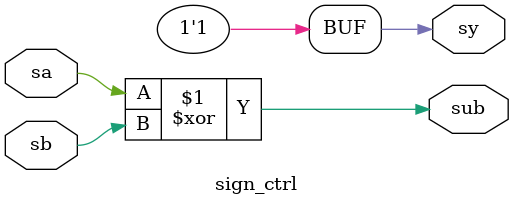
<source format=sv>
module sign_ctrl(
    input logic sa,
    input logic sb,
    output logic sub,
    output logic sy
);
    assign sub = sa^sb;
    assign sy = 1;
endmodule
</source>
